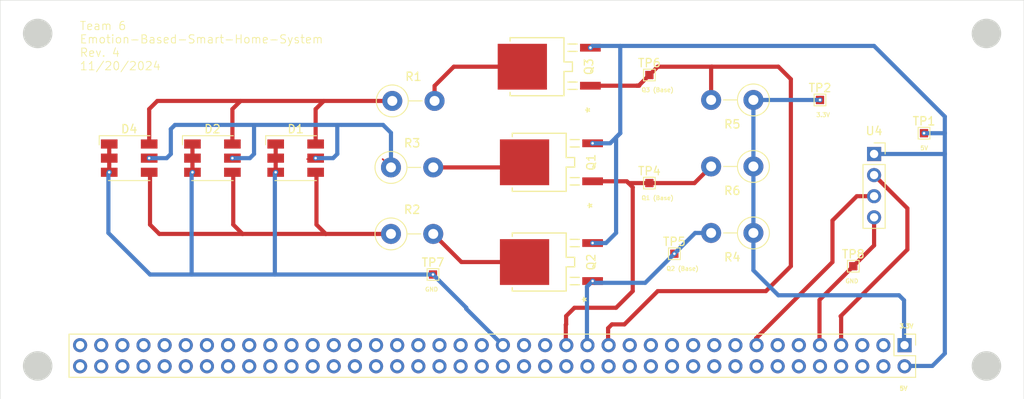
<source format=kicad_pcb>
(kicad_pcb (version 20240108) (generator "pcbnew") (generator_version "8.0")
  (title_block (title "Preliminary PCB layout") (date "2024-11-20") (rev "4") (company "Group 6"))
  (layers (0 "F.Cu" signal) (31 "B.Cu" signal) (34 "B.Paste" user) (35 "F.Paste" user) (36 "B.SilkS" user "B.Silkscreen") (37 "F.SilkS" user "F.Silkscreen") (38 "B.Mask" user) (39 "F.Mask" user) (44 "Edge.Cuts" user))
  (net 0 "")
  (net 1 "GND")
  (net 2 "Q3")
  (net 3 "Q2")
  (net 4 "Q1")
  (net 5 "Net-(Q1-E)")
  (net 6 "Net-(Q2-E)")
  (net 7 "Net-(Q3-E)")
  (net 8 "Net-(U4-GND)")
  (net 20 "Net-(40_Pin_Header1-GPIO13)")
  (net 24 "5V")
  (net 26 "Net-(40_Pin_Header1-3.3V)")
  (net 29 "/Trigger")
  (net 30 "Net-(40_Pin_Header1-GPIO11)")
  (net 34 "Net-(40_Pin_Header1-GPIO01)")
  (net 40 "/Echo")
  (footprint "TestPoint:TestPoint_Pad_1.0x1.0mm" (layer "F.Cu") (at 150.5 68)
    (property "Reference" "TP1" (at 0 -1.448 0) (layer "F.SilkS"))
    (property "Value" "5V")
    (fp_line (start -0.7 -0.7) (end 0.7 -0.7) (stroke (width 0.12)) (layer "F.SilkS"))
    (fp_line (start -0.7 0.7) (end -0.7 -0.7) (stroke (width 0.12)) (layer "F.SilkS"))
    (fp_line (start 0.7 -0.7) (end 0.7 0.7) (stroke (width 0.12)) (layer "F.SilkS"))
    (fp_line (start 0.7 0.7) (end -0.7 0.7) (stroke (width 0.12)) (layer "F.SilkS"))
    (pad "1" smd rect (at 0 0) (size 1 1) (layers "F.Cu" "F.Mask") (net 24 "5V"))
  )
  (footprint "TestPoint:TestPoint_Pad_1.0x1.0mm" (layer "F.Cu") (at 117.5 74)
    (property "Reference" "TP4" (at 0 -1.448 0) (layer "F.SilkS"))
    (property "Value" "Q1")
    (fp_line (start -0.7 -0.7) (end 0.7 -0.7) (stroke (width 0.12)) (layer "F.SilkS"))
    (fp_line (start -0.7 0.7) (end -0.7 -0.7) (stroke (width 0.12)) (layer "F.SilkS"))
    (fp_line (start 0.7 -0.7) (end 0.7 0.7) (stroke (width 0.12)) (layer "F.SilkS"))
    (fp_line (start 0.7 0.7) (end -0.7 0.7) (stroke (width 0.12)) (layer "F.SilkS"))
    (pad "1" smd rect (at 0 0) (size 1 1) (layers "F.Cu" "F.Mask") (net 20 "Net-(40_Pin_Header1-GPIO13)"))
  )
  (footprint "NSS1C301ET4G:DPAK-4_6P22X6P73_ONS" (layer "F.Cu") (at 104.2653 71.5 90)
    (property "Reference" "Q1" (at 0 6.2347 90) (layer "F.SilkS"))
    (property "Value" "NSS1C301ET4G")
    (fp_line (start 3.4925 -3.2385) (end 3.08864 -3.2385) (stroke (width 0.1524)) (layer "F.SilkS"))
    (fp_line (start -3.08864 -3.2385) (end -3.4925 -3.2385) (stroke (width 0.1524)) (layer "F.SilkS"))
    (fp_line (start -3.4925 -3.2385) (end -3.4925 3.2385) (stroke (width 0.1524)) (layer "F.SilkS"))
    (fp_line (start 3.4925 3.2385) (end 3.4925 -3.2385) (stroke (width 0.1524)) (layer "F.SilkS"))
    (fp_line (start 0.5715 3.2385) (end 3.4925 3.2385) (stroke (width 0.1524)) (layer "F.SilkS"))
    (fp_line (start -0.5715 3.2385) (end -0.5715 4.2545) (stroke (width 0.1524)) (layer "F.SilkS"))
    (fp_line (start -3.4925 3.2385) (end -0.5715 3.2385) (stroke (width 0.1524)) (layer "F.SilkS"))
    (fp_line (start 2.7305 3.7211) (end 2.7305 4.8133) (stroke (width 0.1524)) (layer "F.SilkS"))
    (fp_line (start 1.8415 3.7211) (end 1.8415 4.8133) (stroke (width 0.1524)) (layer "F.SilkS"))
    (fp_line (start -1.8415 3.7211) (end -1.8415 4.8133) (stroke (width 0.1524)) (layer "F.SilkS"))
    (fp_line (start -2.7305 3.7211) (end -2.7305 4.8133) (stroke (width 0.1524)) (layer "F.SilkS"))
    (fp_line (start 0.5715 4.2545) (end 0.5715 3.2385) (stroke (width 0.1524)) (layer "F.SilkS"))
    (fp_line (start -0.5715 4.2545) (end 0.5715 4.2545) (stroke (width 0.1524)) (layer "F.SilkS"))
    (fp_text user "*" (at -5.207 6.4135 90) (layer "F.SilkS"))
    (fp_text user "*" (at -5.207 6.4135 90) (layer "F.SilkS"))
    (pad "1" smd rect (at -2.286 6.4135 90) (size 0.9398 2.4892) (layers "F.Cu" "F.Paste" "F.Mask") (net 20 "Net-(40_Pin_Header1-GPIO13)"))
    (pad "2" smd rect (at 2.286 6.4135 90) (size 0.9398 2.4892) (layers "F.Cu" "F.Paste" "F.Mask") (net 24 "5V"))
    (pad "3" smd rect (at 0 -1.7653 90) (size 5.5118 5.9182) (layers "F.Cu" "F.Paste" "F.Mask") (net 5 "Net-(Q1-E)"))
  )
  (footprint "LED_SMD:LED_RGB_5050-6" (layer "F.Cu") (at 65 71)
    (property "Reference" "D2" (at 0 -3.5 0) (layer "F.SilkS"))
    (property "Value" "LED_RGB")
    (fp_line (start -3.6 -2.7) (end 2.5 -2.7) (stroke (width 0.12)) (layer "F.SilkS"))
    (fp_line (start -3.6 -1.6) (end -3.6 -2.7) (stroke (width 0.12)) (layer "F.SilkS"))
    (fp_line (start 2.5 2.7) (end -2.5 2.7) (stroke (width 0.12)) (layer "F.SilkS"))
    (pad "1" smd rect (at -2.4 -1.7 90) (size 1.1 2) (layers "F.Cu" "F.Paste" "F.Mask") (net 1 "GND"))
    (pad "2" smd rect (at -2.4 0 90) (size 1.1 2) (layers "F.Cu" "F.Paste" "F.Mask") (net 1 "GND"))
    (pad "3" smd rect (at -2.4 1.7 90) (size 1.1 2) (layers "F.Cu" "F.Paste" "F.Mask") (net 1 "GND"))
    (pad "4" smd rect (at 2.4 1.7 90) (size 1.1 2) (layers "F.Cu" "F.Paste" "F.Mask") (net 3 "Q2"))
    (pad "5" smd rect (at 2.4 0 90) (size 1.1 2) (layers "F.Cu" "F.Paste" "F.Mask") (net 4 "Q1"))
    (pad "6" smd rect (at 2.4 -1.7 90) (size 1.1 2) (layers "F.Cu" "F.Paste" "F.Mask") (net 2 "Q3"))
  )
  (footprint "Resistor_THT:R_Axial_DIN0411_L9.9mm_D3.6mm_P5.08mm_Vertical" (layer "F.Cu") (at 86.6121 64.1165)
    (property "Reference" "R1" (at 2.54 -2.92 0) (layer "F.SilkS"))
    (property "Value" "10")
    (fp_line (start 1.92 0) (end 3.58 0) (stroke (width 0.12)) (layer "F.SilkS"))
    (fp_circle (center 0 0) (end 1.92 0) (stroke (width 0.12)) (fill none) (layer "F.SilkS"))
    (pad "1" thru_hole circle (at 0 0) (size 2.4 2.4) (drill 1.2) (layers "*.Cu" "*.Mask") (net 2 "Q3"))
    (pad "2" thru_hole oval (at 5.08 0) (size 2.4 2.4) (drill 1.2) (layers "*.Cu" "*.Mask") (net 7 "Net-(Q3-E)"))
  )
  (footprint "NSS1C301ET4G:DPAK-4_6P22X6P73_ONS" (layer "F.Cu") (at 104.2653 83.5 90)
    (property "Reference" "Q2" (at 0 6.2347 90) (layer "F.SilkS"))
    (property "Value" "NSS1C301ET4G")
    (fp_line (start 3.4925 -3.2385) (end 3.08864 -3.2385) (stroke (width 0.1524)) (layer "F.SilkS"))
    (fp_line (start -3.08864 -3.2385) (end -3.4925 -3.2385) (stroke (width 0.1524)) (layer "F.SilkS"))
    (fp_line (start -3.4925 -3.2385) (end -3.4925 3.2385) (stroke (width 0.1524)) (layer "F.SilkS"))
    (fp_line (start 3.4925 3.2385) (end 3.4925 -3.2385) (stroke (width 0.1524)) (layer "F.SilkS"))
    (fp_line (start 0.5715 3.2385) (end 3.4925 3.2385) (stroke (width 0.1524)) (layer "F.SilkS"))
    (fp_line (start -0.5715 3.2385) (end -0.5715 4.2545) (stroke (width 0.1524)) (layer "F.SilkS"))
    (fp_line (start -3.4925 3.2385) (end -0.5715 3.2385) (stroke (width 0.1524)) (layer "F.SilkS"))
    (fp_line (start 2.7305 3.7211) (end 2.7305 4.8133) (stroke (width 0.1524)) (layer "F.SilkS"))
    (fp_line (start 1.8415 3.7211) (end 1.8415 4.8133) (stroke (width 0.1524)) (layer "F.SilkS"))
    (fp_line (start -1.8415 3.7211) (end -1.8415 4.8133) (stroke (width 0.1524)) (layer "F.SilkS"))
    (fp_line (start -2.7305 3.7211) (end -2.7305 4.8133) (stroke (width 0.1524)) (layer "F.SilkS"))
    (fp_line (start 0.5715 4.2545) (end 0.5715 3.2385) (stroke (width 0.1524)) (layer "F.SilkS"))
    (fp_line (start -0.5715 4.2545) (end 0.5715 4.2545) (stroke (width 0.1524)) (layer "F.SilkS"))
    (fp_text user "*" (at -4.5 5.7347 90) (layer "F.SilkS"))
    (fp_text user "*" (at -4.5 5.7347 90) (layer "F.SilkS"))
    (pad "1" smd rect (at -2.286 6.4135 90) (size 0.9398 2.4892) (layers "F.Cu" "F.Paste" "F.Mask") (net 30 "Net-(40_Pin_Header1-GPIO11)"))
    (pad "2" smd rect (at 2.286 6.4135 90) (size 0.9398 2.4892) (layers "F.Cu" "F.Paste" "F.Mask") (net 24 "5V"))
    (pad "3" smd rect (at 0 -1.7653 90) (size 5.5118 5.9182) (layers "F.Cu" "F.Paste" "F.Mask") (net 6 "Net-(Q2-E)"))
  )
  (footprint "Resistor_THT:R_Axial_DIN0411_L9.9mm_D3.6mm_P5.08mm_Vertical" (layer "F.Cu") (at 130 64 180)
    (property "Reference" "R5" (at 2.54 -2.92 0) (layer "F.SilkS"))
    (property "Value" "10k")
    (fp_line (start 1.92 0) (end 3.58 0) (stroke (width 0.12)) (layer "F.SilkS"))
    (fp_circle (center 0 0) (end 1.92 0) (stroke (width 0.12)) (fill none) (layer "F.SilkS"))
    (pad "1" thru_hole circle (at 0 0 180) (size 2.4 2.4) (drill 1.2) (layers "*.Cu" "*.Mask") (net 26 "Net-(40_Pin_Header1-3.3V)"))
    (pad "2" thru_hole oval (at 5.08 0 180) (size 2.4 2.4) (drill 1.2) (layers "*.Cu" "*.Mask") (net 34 "Net-(40_Pin_Header1-GPIO01)"))
  )
  (footprint "LED_SMD:LED_RGB_5050-6" (layer "F.Cu") (at 55 71)
    (property "Reference" "D4" (at 0 -3.5 0) (layer "F.SilkS"))
    (property "Value" "LED_RGB")
    (fp_line (start -3.6 -2.7) (end 2.5 -2.7) (stroke (width 0.12)) (layer "F.SilkS"))
    (fp_line (start -3.6 -1.6) (end -3.6 -2.7) (stroke (width 0.12)) (layer "F.SilkS"))
    (fp_line (start 2.5 2.7) (end -2.5 2.7) (stroke (width 0.12)) (layer "F.SilkS"))
    (pad "1" smd rect (at -2.4 -1.7 90) (size 1.1 2) (layers "F.Cu" "F.Paste" "F.Mask") (net 1 "GND"))
    (pad "2" smd rect (at -2.4 0 90) (size 1.1 2) (layers "F.Cu" "F.Paste" "F.Mask") (net 1 "GND"))
    (pad "3" smd rect (at -2.4 1.7 90) (size 1.1 2) (layers "F.Cu" "F.Paste" "F.Mask") (net 1 "GND"))
    (pad "4" smd rect (at 2.4 1.7 90) (size 1.1 2) (layers "F.Cu" "F.Paste" "F.Mask") (net 3 "Q2"))
    (pad "5" smd rect (at 2.4 0 90) (size 1.1 2) (layers "F.Cu" "F.Paste" "F.Mask") (net 4 "Q1"))
    (pad "6" smd rect (at 2.4 -1.7 90) (size 1.1 2) (layers "F.Cu" "F.Paste" "F.Mask") (net 2 "Q3"))
  )
  (footprint "TestPoint:TestPoint_Pad_1.0x1.0mm" (layer "F.Cu") (at 91.5 85)
    (property "Reference" "TP7" (at 0 -1.448 0) (layer "F.SilkS"))
    (property "Value" "GND")
    (fp_line (start -0.7 -0.7) (end 0.7 -0.7) (stroke (width 0.12)) (layer "F.SilkS"))
    (fp_line (start -0.7 0.7) (end -0.7 -0.7) (stroke (width 0.12)) (layer "F.SilkS"))
    (fp_line (start 0.7 -0.7) (end 0.7 0.7) (stroke (width 0.12)) (layer "F.SilkS"))
    (fp_line (start 0.7 0.7) (end -0.7 0.7) (stroke (width 0.12)) (layer "F.SilkS"))
    (pad "1" smd rect (at 0 0) (size 1 1) (layers "F.Cu" "F.Mask") (net 1 "GND"))
  )
  (footprint "Resistor_THT:R_Axial_DIN0411_L9.9mm_D3.6mm_P5.08mm_Vertical" (layer "F.Cu") (at 86.4521 80.1165)
    (property "Reference" "R2" (at 2.54 -2.92 0) (layer "F.SilkS"))
    (property "Value" "10")
    (fp_line (start 1.92 0) (end 3.58 0) (stroke (width 0.12)) (layer "F.SilkS"))
    (fp_circle (center 0 0) (end 1.92 0) (stroke (width 0.12)) (fill none) (layer "F.SilkS"))
    (pad "1" thru_hole circle (at 0 0) (size 2.4 2.4) (drill 1.2) (layers "*.Cu" "*.Mask") (net 3 "Q2"))
    (pad "2" thru_hole oval (at 5.08 0) (size 2.4 2.4) (drill 1.2) (layers "*.Cu" "*.Mask") (net 6 "Net-(Q2-E)"))
  )
  (footprint "Resistor_THT:R_Axial_DIN0411_L9.9mm_D3.6mm_P5.08mm_Vertical" (layer "F.Cu") (at 130 80 180)
    (property "Reference" "R4" (at 2.54 -2.92 0) (layer "F.SilkS"))
    (property "Value" "10k")
    (fp_line (start 1.92 0) (end 3.58 0) (stroke (width 0.12)) (layer "F.SilkS"))
    (fp_circle (center 0 0) (end 1.92 0) (stroke (width 0.12)) (fill none) (layer "F.SilkS"))
    (pad "1" thru_hole circle (at 0 0 180) (size 2.4 2.4) (drill 1.2) (layers "*.Cu" "*.Mask") (net 26 "Net-(40_Pin_Header1-3.3V)"))
    (pad "2" thru_hole oval (at 5.08 0 180) (size 2.4 2.4) (drill 1.2) (layers "*.Cu" "*.Mask") (net 30 "Net-(40_Pin_Header1-GPIO11)"))
  )
  (footprint "TestPoint:TestPoint_Pad_1.0x1.0mm" (layer "F.Cu") (at 142 84)
    (property "Reference" "TP8" (at 0 -1.448 0) (layer "F.SilkS"))
    (property "Value" "GND")
    (fp_line (start -0.7 -0.7) (end 0.7 -0.7) (stroke (width 0.12)) (layer "F.SilkS"))
    (fp_line (start -0.7 0.7) (end -0.7 -0.7) (stroke (width 0.12)) (layer "F.SilkS"))
    (fp_line (start 0.7 -0.7) (end 0.7 0.7) (stroke (width 0.12)) (layer "F.SilkS"))
    (fp_line (start 0.7 0.7) (end -0.7 0.7) (stroke (width 0.12)) (layer "F.SilkS"))
    (pad "1" smd rect (at 0 0) (size 1 1) (layers "F.Cu" "F.Mask") (net 8 "Net-(U4-GND)"))
  )
  (footprint "Resistor_THT:R_Axial_DIN0411_L9.9mm_D3.6mm_P5.08mm_Vertical" (layer "F.Cu") (at 86.4521 72.1165)
    (property "Reference" "R3" (at 2.54 -2.92 0) (layer "F.SilkS"))
    (property "Value" "10")
    (fp_line (start 1.92 0) (end 3.58 0) (stroke (width 0.12)) (layer "F.SilkS"))
    (fp_circle (center 0 0) (end 1.92 0) (stroke (width 0.12)) (fill none) (layer "F.SilkS"))
    (pad "1" thru_hole circle (at 0 0) (size 2.4 2.4) (drill 1.2) (layers "*.Cu" "*.Mask") (net 4 "Q1"))
    (pad "2" thru_hole oval (at 5.08 0) (size 2.4 2.4) (drill 1.2) (layers "*.Cu" "*.Mask") (net 5 "Net-(Q1-E)"))
  )
  (footprint "Connector_PinSocket_2.54mm:PinSocket_1x04_P2.54mm_Vertical" (layer "F.Cu") (at 144.5 70.5)
    (property "Reference" "U4" (at 0 -2.77 0) (layer "F.SilkS"))
    (property "Value" "HC-SR04")
    (fp_line (start -1.33 1.27) (end -1.33 8.95) (stroke (width 0.12)) (layer "F.SilkS"))
    (fp_line (start -1.33 1.27) (end 1.33 1.27) (stroke (width 0.12)) (layer "F.SilkS"))
    (fp_line (start -1.33 8.95) (end 1.33 8.95) (stroke (width 0.12)) (layer "F.SilkS"))
    (fp_line (start 0 -1.33) (end 1.33 -1.33) (stroke (width 0.12)) (layer "F.SilkS"))
    (fp_line (start 1.33 -1.33) (end 1.33 0) (stroke (width 0.12)) (layer "F.SilkS"))
    (fp_line (start 1.33 1.27) (end 1.33 8.95) (stroke (width 0.12)) (layer "F.SilkS"))
    (pad "1" thru_hole rect (at 0 0) (size 1.7 1.7) (drill 1) (layers "*.Cu" "*.Mask") (net 24 "5V"))
    (pad "2" thru_hole oval (at 0 2.54) (size 1.7 1.7) (drill 1) (layers "*.Cu" "*.Mask") (net 29 "/Trigger"))
    (pad "3" thru_hole oval (at 0 5.08) (size 1.7 1.7) (drill 1) (layers "*.Cu" "*.Mask") (net 40 "/Echo"))
    (pad "4" thru_hole oval (at 0 7.62) (size 1.7 1.7) (drill 1) (layers "*.Cu" "*.Mask") (net 8 "Net-(U4-GND)"))
  )
  (footprint "TestPoint:TestPoint_Pad_1.0x1.0mm" (layer "F.Cu") (at 120.5 82.5)
    (property "Reference" "TP5" (at 0 -1.448 0) (layer "F.SilkS"))
    (property "Value" "Q2")
    (fp_line (start -0.7 -0.7) (end 0.7 -0.7) (stroke (width 0.12)) (layer "F.SilkS"))
    (fp_line (start -0.7 0.7) (end -0.7 -0.7) (stroke (width 0.12)) (layer "F.SilkS"))
    (fp_line (start 0.7 -0.7) (end 0.7 0.7) (stroke (width 0.12)) (layer "F.SilkS"))
    (fp_line (start 0.7 0.7) (end -0.7 0.7) (stroke (width 0.12)) (layer "F.SilkS"))
    (pad "1" smd rect (at 0 0) (size 1 1) (layers "F.Cu" "F.Mask") (net 30 "Net-(40_Pin_Header1-GPIO11)"))
  )
  (footprint "NSS1C301ET4G:DPAK-4_6P22X6P73_ONS" (layer "F.Cu") (at 104 60 90)
    (property "Reference" "Q3" (at 0 6.2347 90) (layer "F.SilkS"))
    (property "Value" "NSS1C301ET4G")
    (fp_line (start 3.4925 -3.2385) (end 3.08864 -3.2385) (stroke (width 0.1524)) (layer "F.SilkS"))
    (fp_line (start -3.08864 -3.2385) (end -3.4925 -3.2385) (stroke (width 0.1524)) (layer "F.SilkS"))
    (fp_line (start -3.4925 -3.2385) (end -3.4925 3.2385) (stroke (width 0.1524)) (layer "F.SilkS"))
    (fp_line (start 3.4925 3.2385) (end 3.4925 -3.2385) (stroke (width 0.1524)) (layer "F.SilkS"))
    (fp_line (start 0.5715 3.2385) (end 3.4925 3.2385) (stroke (width 0.1524)) (layer "F.SilkS"))
    (fp_line (start -0.5715 3.2385) (end -0.5715 4.2545) (stroke (width 0.1524)) (layer "F.SilkS"))
    (fp_line (start -3.4925 3.2385) (end -0.5715 3.2385) (stroke (width 0.1524)) (layer "F.SilkS"))
    (fp_line (start 2.7305 3.7211) (end 2.7305 4.8133) (stroke (width 0.1524)) (layer "F.SilkS"))
    (fp_line (start 1.8415 3.7211) (end 1.8415 4.8133) (stroke (width 0.1524)) (layer "F.SilkS"))
    (fp_line (start -1.8415 3.7211) (end -1.8415 4.8133) (stroke (width 0.1524)) (layer "F.SilkS"))
    (fp_line (start -2.7305 3.7211) (end -2.7305 4.8133) (stroke (width 0.1524)) (layer "F.SilkS"))
    (fp_line (start 0.5715 4.2545) (end 0.5715 3.2385) (stroke (width 0.1524)) (layer "F.SilkS"))
    (fp_line (start -0.5715 4.2545) (end 0.5715 4.2545) (stroke (width 0.1524)) (layer "F.SilkS"))
    (fp_text user "*" (at -5.207 6.4135 90) (layer "F.SilkS"))
    (fp_text user "*" (at -5.207 6.4135 90) (layer "F.SilkS"))
    (pad "1" smd rect (at -2.286 6.4135 90) (size 0.9398 2.4892) (layers "F.Cu" "F.Paste" "F.Mask") (net 34 "Net-(40_Pin_Header1-GPIO01)"))
    (pad "2" smd rect (at 2.286 6.4135 90) (size 0.9398 2.4892) (layers "F.Cu" "F.Paste" "F.Mask") (net 24 "5V"))
    (pad "3" smd rect (at 0 -1.7653 90) (size 5.5118 5.9182) (layers "F.Cu" "F.Paste" "F.Mask") (net 7 "Net-(Q3-E)"))
  )
  (footprint "Resistor_THT:R_Axial_DIN0411_L9.9mm_D3.6mm_P5.08mm_Vertical" (layer "F.Cu") (at 130 72 180)
    (property "Reference" "R6" (at 2.54 -2.92 0) (layer "F.SilkS"))
    (property "Value" "10k")
    (fp_line (start 1.92 0) (end 3.58 0) (stroke (width 0.12)) (layer "F.SilkS"))
    (fp_circle (center 0 0) (end 1.92 0) (stroke (width 0.12)) (fill none) (layer "F.SilkS"))
    (pad "1" thru_hole circle (at 0 0 180) (size 2.4 2.4) (drill 1.2) (layers "*.Cu" "*.Mask") (net 26 "Net-(40_Pin_Header1-3.3V)"))
    (pad "2" thru_hole oval (at 5.08 0 180) (size 2.4 2.4) (drill 1.2) (layers "*.Cu" "*.Mask") (net 20 "Net-(40_Pin_Header1-GPIO13)"))
  )
  (footprint "Connector_PinHeader_2.54mm:PinHeader_2x40_P2.54mm_Vertical" (layer "F.Cu") (at 148.16 93.5 -90)
    (property "Reference" "40_Pin_Header1" (hide yes))
    (property "Value" "~")
    (fp_line (start -1.33 100.39) (end 3.87 100.39) (stroke (width 0.12)) (layer "F.SilkS"))
    (fp_line (start -1.33 1.27) (end -1.33 100.39) (stroke (width 0.12)) (layer "F.SilkS"))
    (fp_line (start -1.33 1.27) (end 1.27 1.27) (stroke (width 0.12)) (layer "F.SilkS"))
    (fp_line (start 1.27 1.27) (end 1.27 -1.33) (stroke (width 0.12)) (layer "F.SilkS"))
    (fp_line (start -1.33 0) (end -1.33 -1.33) (stroke (width 0.12)) (layer "F.SilkS"))
    (fp_line (start -1.33 -1.33) (end 0 -1.33) (stroke (width 0.12)) (layer "F.SilkS"))
    (fp_line (start 1.27 -1.33) (end 3.87 -1.33) (stroke (width 0.12)) (layer "F.SilkS"))
    (fp_line (start 3.87 -1.33) (end 3.87 100.39) (stroke (width 0.12)) (layer "F.SilkS"))
    (pad "1" thru_hole rect (at 0 0 270) (size 1.7 1.7) (drill 1) (layers "*.Cu" "*.Mask") (net 26 "Net-(40_Pin_Header1-3.3V)"))
    (pad "2" thru_hole oval (at 2.54 0 270) (size 1.7 1.7) (drill 1) (layers "*.Cu" "*.Mask") (net 24 "5V"))
    (pad "3" thru_hole oval (at 0 2.54 270) (size 1.7 1.7) (drill 1) (layers "*.Cu" "*.Mask"))
    (pad "4" thru_hole oval (at 2.54 2.54 270) (size 1.7 1.7) (drill 1) (layers "*.Cu" "*.Mask"))
    (pad "5" thru_hole oval (at 0 5.08 270) (size 1.7 1.7) (drill 1) (layers "*.Cu" "*.Mask"))
    (pad "6" thru_hole oval (at 2.54 5.08 270) (size 1.7 1.7) (drill 1) (layers "*.Cu" "*.Mask"))
    (pad "7" thru_hole oval (at 0 7.62 270) (size 1.7 1.7) (drill 1) (layers "*.Cu" "*.Mask") (net 29 "/Trigger"))
    (pad "8" thru_hole oval (at 2.54 7.62 270) (size 1.7 1.7) (drill 1) (layers "*.Cu" "*.Mask"))
    (pad "9" thru_hole oval (at 0 10.16 270) (size 1.7 1.7) (drill 1) (layers "*.Cu" "*.Mask") (net 8 "Net-(U4-GND)"))
    (pad "10" thru_hole oval (at 2.54 10.16 270) (size 1.7 1.7) (drill 1) (layers "*.Cu" "*.Mask"))
    (pad "11" thru_hole oval (at 0 12.7 270) (size 1.7 1.7) (drill 1) (layers "*.Cu" "*.Mask"))
    (pad "12" thru_hole oval (at 2.54 12.7 270) (size 1.7 1.7) (drill 1) (layers "*.Cu" "*.Mask"))
    (pad "13" thru_hole oval (at 0 15.24 270) (size 1.7 1.7) (drill 1) (layers "*.Cu" "*.Mask"))
    (pad "14" thru_hole oval (at 2.54 15.24 270) (size 1.7 1.7) (drill 1) (layers "*.Cu" "*.Mask"))
    (pad "15" thru_hole oval (at 0 17.78 270) (size 1.7 1.7) (drill 1) (layers "*.Cu" "*.Mask") (net 40 "/Echo"))
    (pad "16" thru_hole oval (at 2.54 17.78 270) (size 1.7 1.7) (drill 1) (layers "*.Cu" "*.Mask"))
    (pad "17" thru_hole oval (at 0 20.32 270) (size 1.7 1.7) (drill 1) (layers "*.Cu" "*.Mask"))
    (pad "18" thru_hole oval (at 2.54 20.32 270) (size 1.7 1.7) (drill 1) (layers "*.Cu" "*.Mask"))
    (pad "19" thru_hole oval (at 0 22.86 270) (size 1.7 1.7) (drill 1) (layers "*.Cu" "*.Mask"))
    (pad "20" thru_hole oval (at 2.54 22.86 270) (size 1.7 1.7) (drill 1) (layers "*.Cu" "*.Mask"))
    (pad "21" thru_hole oval (at 0 25.4 270) (size 1.7 1.7) (drill 1) (layers "*.Cu" "*.Mask"))
    (pad "22" thru_hole oval (at 2.54 25.4 270) (size 1.7 1.7) (drill 1) (layers "*.Cu" "*.Mask"))
    (pad "23" thru_hole oval (at 0 27.94 270) (size 1.7 1.7) (drill 1) (layers "*.Cu" "*.Mask"))
    (pad "24" thru_hole oval (at 2.54 27.94 270) (size 1.7 1.7) (drill 1) (layers "*.Cu" "*.Mask"))
    (pad "25" thru_hole oval (at 0 30.48 270) (size 1.7 1.7) (drill 1) (layers "*.Cu" "*.Mask"))
    (pad "26" thru_hole oval (at 2.54 30.48 270) (size 1.7 1.7) (drill 1) (layers "*.Cu" "*.Mask"))
    (pad "27" thru_hole oval (at 0 33.02 270) (size 1.7 1.7) (drill 1) (layers "*.Cu" "*.Mask"))
    (pad "28" thru_hole oval (at 2.54 33.02 270) (size 1.7 1.7) (drill 1) (layers "*.Cu" "*.Mask"))
    (pad "29" thru_hole oval (at 0 35.56 270) (size 1.7 1.7) (drill 1) (layers "*.Cu" "*.Mask") (net 34 "Net-(40_Pin_Header1-GPIO01)"))
    (pad "30" thru_hole oval (at 2.54 35.56 270) (size 1.7 1.7) (drill 1) (layers "*.Cu" "*.Mask"))
    (pad "31" thru_hole oval (at 0 38.1 270) (size 1.7 1.7) (drill 1) (layers "*.Cu" "*.Mask") (net 30 "Net-(40_Pin_Header1-GPIO11)"))
    (pad "32" thru_hole oval (at 2.54 38.1 270) (size 1.7 1.7) (drill 1) (layers "*.Cu" "*.Mask"))
    (pad "33" thru_hole oval (at 0 40.64 270) (size 1.7 1.7) (drill 1) (layers "*.Cu" "*.Mask") (net 20 "Net-(40_Pin_Header1-GPIO13)"))
    (pad "34" thru_hole oval (at 2.54 40.64 270) (size 1.7 1.7) (drill 1) (layers "*.Cu" "*.Mask"))
    (pad "35" thru_hole oval (at 0 43.18 270) (size 1.7 1.7) (drill 1) (layers "*.Cu" "*.Mask"))
    (pad "36" thru_hole oval (at 2.54 43.18 270) (size 1.7 1.7) (drill 1) (layers "*.Cu" "*.Mask"))
    (pad "37" thru_hole oval (at 0 45.72 270) (size 1.7 1.7) (drill 1) (layers "*.Cu" "*.Mask"))
    (pad "38" thru_hole oval (at 2.54 45.72 270) (size 1.7 1.7) (drill 1) (layers "*.Cu" "*.Mask"))
    (pad "39" thru_hole oval (at 0 48.26 270) (size 1.7 1.7) (drill 1) (layers "*.Cu" "*.Mask") (net 1 "GND"))
    (pad "40" thru_hole oval (at 2.54 48.26 270) (size 1.7 1.7) (drill 1) (layers "*.Cu" "*.Mask"))
    (pad "41" thru_hole oval (at 0 50.8 270) (size 1.7 1.7) (drill 1) (layers "*.Cu" "*.Mask"))
    (pad "42" thru_hole oval (at 2.54 50.8 270) (size 1.7 1.7) (drill 1) (layers "*.Cu" "*.Mask"))
    (pad "43" thru_hole oval (at 0 53.34 270) (size 1.7 1.7) (drill 1) (layers "*.Cu" "*.Mask"))
    (pad "44" thru_hole oval (at 2.54 53.34 270) (size 1.7 1.7) (drill 1) (layers "*.Cu" "*.Mask"))
    (pad "45" thru_hole oval (at 0 55.88 270) (size 1.7 1.7) (drill 1) (layers "*.Cu" "*.Mask"))
    (pad "46" thru_hole oval (at 2.54 55.88 270) (size 1.7 1.7) (drill 1) (layers "*.Cu" "*.Mask"))
    (pad "47" thru_hole oval (at 0 58.42 270) (size 1.7 1.7) (drill 1) (layers "*.Cu" "*.Mask"))
    (pad "48" thru_hole oval (at 2.54 58.42 270) (size 1.7 1.7) (drill 1) (layers "*.Cu" "*.Mask"))
    (pad "49" thru_hole oval (at 0 60.96 270) (size 1.7 1.7) (drill 1) (layers "*.Cu" "*.Mask"))
    (pad "50" thru_hole oval (at 2.54 60.96 270) (size 1.7 1.7) (drill 1) (layers "*.Cu" "*.Mask"))
    (pad "51" thru_hole oval (at 0 63.5 270) (size 1.7 1.7) (drill 1) (layers "*.Cu" "*.Mask"))
    (pad "52" thru_hole oval (at 2.54 63.5 270) (size 1.7 1.7) (drill 1) (layers "*.Cu" "*.Mask"))
    (pad "53" thru_hole oval (at 0 66.04 270) (size 1.7 1.7) (drill 1) (layers "*.Cu" "*.Mask"))
    (pad "54" thru_hole oval (at 2.54 66.04 270) (size 1.7 1.7) (drill 1) (layers "*.Cu" "*.Mask"))
    (pad "55" thru_hole oval (at 0 68.58 270) (size 1.7 1.7) (drill 1) (layers "*.Cu" "*.Mask"))
    (pad "56" thru_hole oval (at 2.54 68.58 270) (size 1.7 1.7) (drill 1) (layers "*.Cu" "*.Mask"))
    (pad "57" thru_hole oval (at 0 71.12 270) (size 1.7 1.7) (drill 1) (layers "*.Cu" "*.Mask"))
    (pad "58" thru_hole oval (at 2.54 71.12 270) (size 1.7 1.7) (drill 1) (layers "*.Cu" "*.Mask"))
    (pad "59" thru_hole oval (at 0 73.66 270) (size 1.7 1.7) (drill 1) (layers "*.Cu" "*.Mask"))
    (pad "60" thru_hole oval (at 2.54 73.66 270) (size 1.7 1.7) (drill 1) (layers "*.Cu" "*.Mask"))
    (pad "61" thru_hole oval (at 0 76.2 270) (size 1.7 1.7) (drill 1) (layers "*.Cu" "*.Mask"))
    (pad "62" thru_hole oval (at 2.54 76.2 270) (size 1.7 1.7) (drill 1) (layers "*.Cu" "*.Mask"))
    (pad "63" thru_hole oval (at 0 78.74 270) (size 1.7 1.7) (drill 1) (layers "*.Cu" "*.Mask"))
    (pad "64" thru_hole oval (at 2.54 78.74 270) (size 1.7 1.7) (drill 1) (layers "*.Cu" "*.Mask"))
    (pad "65" thru_hole oval (at 0 81.28 270) (size 1.7 1.7) (drill 1) (layers "*.Cu" "*.Mask"))
    (pad "66" thru_hole oval (at 2.54 81.28 270) (size 1.7 1.7) (drill 1) (layers "*.Cu" "*.Mask"))
    (pad "67" thru_hole oval (at 0 83.82 270) (size 1.7 1.7) (drill 1) (layers "*.Cu" "*.Mask"))
    (pad "68" thru_hole oval (at 2.54 83.82 270) (size 1.7 1.7) (drill 1) (layers "*.Cu" "*.Mask"))
    (pad "69" thru_hole oval (at 0 86.36 270) (size 1.7 1.7) (drill 1) (layers "*.Cu" "*.Mask"))
    (pad "70" thru_hole oval (at 2.54 86.36 270) (size 1.7 1.7) (drill 1) (layers "*.Cu" "*.Mask"))
    (pad "71" thru_hole oval (at 0 88.9 270) (size 1.7 1.7) (drill 1) (layers "*.Cu" "*.Mask"))
    (pad "72" thru_hole oval (at 2.54 88.9 270) (size 1.7 1.7) (drill 1) (layers "*.Cu" "*.Mask"))
    (pad "73" thru_hole oval (at 0 91.44 270) (size 1.7 1.7) (drill 1) (layers "*.Cu" "*.Mask"))
    (pad "74" thru_hole oval (at 2.54 91.44 270) (size 1.7 1.7) (drill 1) (layers "*.Cu" "*.Mask"))
    (pad "75" thru_hole oval (at 0 93.98 270) (size 1.7 1.7) (drill 1) (layers "*.Cu" "*.Mask"))
    (pad "76" thru_hole oval (at 2.54 93.98 270) (size 1.7 1.7) (drill 1) (layers "*.Cu" "*.Mask"))
    (pad "77" thru_hole oval (at 0 96.52 270) (size 1.7 1.7) (drill 1) (layers "*.Cu" "*.Mask"))
    (pad "78" thru_hole oval (at 2.54 96.52 270) (size 1.7 1.7) (drill 1) (layers "*.Cu" "*.Mask"))
    (pad "79" thru_hole oval (at 0 99.06 270) (size 1.7 1.7) (drill 1) (layers "*.Cu" "*.Mask"))
    (pad "80" thru_hole oval (at 2.54 99.06 270) (size 1.7 1.7) (drill 1) (layers "*.Cu" "*.Mask"))
  )
  (footprint "TestPoint:TestPoint_Pad_1.0x1.0mm" (layer "F.Cu") (at 117.5 61)
    (property "Reference" "TP6" (at 0 -1.448 0) (layer "F.SilkS"))
    (property "Value" "Q3")
    (fp_line (start -0.7 -0.7) (end 0.7 -0.7) (stroke (width 0.12)) (layer "F.SilkS"))
    (fp_line (start -0.7 0.7) (end -0.7 -0.7) (stroke (width 0.12)) (layer "F.SilkS"))
    (fp_line (start 0.7 -0.7) (end 0.7 0.7) (stroke (width 0.12)) (layer "F.SilkS"))
    (fp_line (start 0.7 0.7) (end -0.7 0.7) (stroke (width 0.12)) (layer "F.SilkS"))
    (pad "1" smd rect (at 0 0) (size 1 1) (layers "F.Cu" "F.Mask") (net 34 "Net-(40_Pin_Header1-GPIO01)"))
  )
  (footprint "LED_SMD:LED_RGB_5050-6" (layer "F.Cu") (at 75 71)
    (property "Reference" "D1" (at 0 -3.5 0) (layer "F.SilkS"))
    (property "Value" "LED_RGB")
    (fp_line (start -3.6 -2.7) (end 2.5 -2.7) (stroke (width 0.12)) (layer "F.SilkS"))
    (fp_line (start -3.6 -1.6) (end -3.6 -2.7) (stroke (width 0.12)) (layer "F.SilkS"))
    (fp_line (start 2.5 2.7) (end -2.5 2.7) (stroke (width 0.12)) (layer "F.SilkS"))
    (pad "1" smd rect (at -2.4 -1.7 90) (size 1.1 2) (layers "F.Cu" "F.Paste" "F.Mask") (net 1 "GND"))
    (pad "2" smd rect (at -2.4 0 90) (size 1.1 2) (layers "F.Cu" "F.Paste" "F.Mask") (net 1 "GND"))
    (pad "3" smd rect (at -2.4 1.7 90) (size 1.1 2) (layers "F.Cu" "F.Paste" "F.Mask") (net 1 "GND"))
    (pad "4" smd rect (at 2.4 1.7 90) (size 1.1 2) (layers "F.Cu" "F.Paste" "F.Mask") (net 3 "Q2"))
    (pad "5" smd rect (at 2.4 0 90) (size 1.1 2) (layers "F.Cu" "F.Paste" "F.Mask") (net 4 "Q1"))
    (pad "6" smd rect (at 2.4 -1.7 90) (size 1.1 2) (layers "F.Cu" "F.Paste" "F.Mask") (net 2 "Q3"))
  )
  (footprint "TestPoint:TestPoint_Pad_1.0x1.0mm" (layer "F.Cu") (at 138 64)
    (property "Reference" "TP2" (at 0 -1.448 0) (layer "F.SilkS"))
    (property "Value" "3.3V")
    (fp_line (start -0.7 -0.7) (end 0.7 -0.7) (stroke (width 0.12)) (layer "F.SilkS"))
    (fp_line (start -0.7 0.7) (end -0.7 -0.7) (stroke (width 0.12)) (layer "F.SilkS"))
    (fp_line (start 0.7 -0.7) (end 0.7 0.7) (stroke (width 0.12)) (layer "F.SilkS"))
    (fp_line (start 0.7 0.7) (end -0.7 0.7) (stroke (width 0.12)) (layer "F.SilkS"))
    (pad "1" smd rect (at 0 0) (size 1 1) (layers "F.Cu" "F.Mask") (net 26 "Net-(40_Pin_Header1-3.3V)"))
  )
  (gr_circle (center 44 56) (end 45.75 56) (stroke (width 0.05)) (fill solid) (layer "Edge.Cuts"))
  (gr_circle (center 158 96) (end 159.75 96) (stroke (width 0.05)) (fill solid) (layer "Edge.Cuts"))
  (gr_rect (start 39.5 52) (end 162.5 100) (stroke (width 0.05)) (fill none) (layer "Edge.Cuts"))
  (gr_circle (center 158 56) (end 159.75 56) (stroke (width 0.05)) (fill solid) (layer "Edge.Cuts"))
  (gr_circle (center 44 96) (end 45.75 96) (stroke (width 0.05)) (fill solid) (layer "Edge.Cuts"))
  (gr_text "Q1 (Base)" (at 116.5 75.5 0) (layer "F.SilkS") (effects (font (size 0.5 0.5) (thickness 0.1) (bold yes)) (justify left top)))
  (gr_text "5V" (at 147.5 99 0) (layer "F.SilkS") (effects (font (size 0.5 0.5) (thickness 0.125)) (justify left bottom)))
  (gr_text "5V" (at 150 69.5 0) (layer "F.SilkS") (effects (font (size 0.5 0.5) (thickness 0.1) (bold yes)) (justify left top)))
  (gr_text "GND" (at 141 85.5 0) (layer "F.SilkS") (effects (font (size 0.5 0.5) (thickness 0.1) (bold yes)) (justify left top)))
  (gr_text "3.3V" (at 137.5 65.5 0) (layer "F.SilkS") (effects (font (size 0.5 0.5) (thickness 0.1) (bold yes)) (justify left top)))
  (gr_text "3.3V" (at 147.5 91.5 0) (layer "F.SilkS") (effects (font (size 0.5 0.5) (thickness 0.125)) (justify left bottom)))
  (gr_text "Q2 (Base)" (at 119.5 84 0) (layer "F.SilkS") (effects (font (size 0.5 0.5) (thickness 0.1) (bold yes)) (justify left top)))
  (gr_text "Team 6 \nEmotion-Based-Smart-Home-System\nRev. 4\n11/20/2024" (at 49 60.5 0) (layer "F.SilkS") (effects (font (size 1 1) (thickness 0.1)) (justify left bottom)))
  (gr_text "Q3 (Base)" (at 116.5 62.5 0) (layer "F.SilkS") (effects (font (size 0.5 0.5) (thickness 0.1) (bold yes)) (justify left top)))
  (gr_text "GND" (at 90.5 86.5 0) (layer "F.SilkS") (effects (font (size 0.5 0.5) (thickness 0.1) (bold yes)) (justify left top)))
  (segment (start 52.6 71) (end 52.6 72.7) (width 0.5) (layer "F.Cu") (net 1))
  (segment (start 72.6 69.3) (end 72.6 71) (width 0.5) (layer "F.Cu") (net 1))
  (segment (start 62.6 69.3) (end 62.6 71) (width 0.5) (layer "F.Cu") (net 1))
  (segment (start 72.6 71) (end 72.6 72.7) (width 0.5) (layer "F.Cu") (net 1))
  (segment (start 62.6 71) (end 62.6 72.7) (width 0.5) (layer "F.Cu") (net 1))
  (segment (start 52.6 69.3) (end 52.6 71) (width 0.5) (layer "F.Cu") (net 1))
  (via (at 72.6 72.7) (size 0.6) (drill 0.3) (layers "F.Cu" "B.Cu") (net 1))
  (via (at 91.5 85) (size 0.6) (drill 0.3) (layers "F.Cu" "B.Cu") (net 1))
  (via (at 52.6 72.7) (size 0.6) (drill 0.3) (layers "F.Cu" "B.Cu") (net 1))
  (via (at 62.6 72.7) (size 0.6) (drill 0.3) (layers "F.Cu" "B.Cu") (net 1))
  (segment (start 62.5 85) (end 57.5 85) (width 0.5) (layer "B.Cu") (net 1))
  (segment (start 95.5 89.12) (end 95.5 89) (width 0.5) (layer "B.Cu") (net 1))
  (segment (start 62.5 85) (end 62.5 72.8) (width 0.5) (layer "B.Cu") (net 1))
  (segment (start 72.5 72.8) (end 72.6 72.7) (width 0.5) (layer "B.Cu") (net 1))
  (segment (start 62.5 72.8) (end 62.6 72.7) (width 0.5) (layer "B.Cu") (net 1))
  (segment (start 72.5 85) (end 72.5 72.8) (width 0.5) (layer "B.Cu") (net 1))
  (segment (start 72.5 85) (end 91.5 85) (width 0.5) (layer "B.Cu") (net 1))
  (segment (start 57.5 85) (end 52.5 80) (width 0.5) (layer "B.Cu") (net 1))
  (segment (start 95.5 89) (end 91.5 85) (width 0.5) (layer "B.Cu") (net 1))
  (segment (start 52.5 72.8) (end 52.6 72.7) (width 0.5) (layer "B.Cu") (net 1))
  (segment (start 99.84 93.46) (end 95.5 89.12) (width 0.5) (layer "B.Cu") (net 1))
  (segment (start 52.5 80) (end 52.5 72.8) (width 0.5) (layer "B.Cu") (net 1))
  (segment (start 72.5 85) (end 62.5 85) (width 0.5) (layer "B.Cu") (net 1))
  (segment (start 67.4 65.1) (end 67.4 69.3) (width 0.5) (layer "F.Cu") (net 2))
  (segment (start 86.6121 64.1165) (end 78.3835 64.1165) (width 0.5) (layer "F.Cu") (net 2))
  (segment (start 78.3835 64.1165) (end 68.3835 64.1165) (width 0.5) (layer "F.Cu") (net 2))
  (segment (start 68.3835 64.1165) (end 58.3835 64.1165) (width 0.5) (layer "F.Cu") (net 2))
  (segment (start 57.4 65.1) (end 57.4 69.3) (width 0.5) (layer "F.Cu") (net 2))
  (segment (start 78.3835 64.1165) (end 77.4 65.1) (width 0.5) (layer "F.Cu") (net 2))
  (segment (start 58.3835 64.1165) (end 57.4 65.1) (width 0.5) (layer "F.Cu") (net 2))
  (segment (start 77.4 65.1) (end 77.4 69.3) (width 0.5) (layer "F.Cu") (net 2))
  (segment (start 68.3835 64.1165) (end 67.4 65.1) (width 0.5) (layer "F.Cu") (net 2))
  (segment (start 77.5 79) (end 77.5 73) (width 0.5) (layer "F.Cu") (net 3))
  (segment (start 86.4521 80.1165) (end 78.6165 80.1165) (width 0.5) (layer "F.Cu") (net 3))
  (segment (start 58.6165 80.1165) (end 57.5 79) (width 0.5) (layer "F.Cu") (net 3))
  (segment (start 78.6165 80.1165) (end 68.6165 80.1165) (width 0.5) (layer "F.Cu") (net 3))
  (segment (start 57.5 79) (end 57.5 73) (width 0.5) (layer "F.Cu") (net 3))
  (segment (start 68.6165 80.1165) (end 67.5 79) (width 0.5) (layer "F.Cu") (net 3))
  (segment (start 68.6165 80.1165) (end 58.6165 80.1165) (width 0.5) (layer "F.Cu") (net 3))
  (segment (start 78.6165 80.1165) (end 77.5 79) (width 0.5) (layer "F.Cu") (net 3))
  (segment (start 67.5 79) (end 67.5 73) (width 0.5) (layer "F.Cu") (net 3))
  (segment (start 76.6421 71.1165) (end 77.0921 71.1165) (width 0.2) (layer "F.Cu") (net 4))
  (segment (start 86.4521 72.1165) (end 85.4521 71.1165) (width 0.2) (layer "F.Cu") (net 4))
  (segment (start 77.0921 71.1165) (end 76.3835 71.1165) (width 0.2) (layer "F.Cu") (net 4))
  (via (at 77.4 71) (size 0.6) (drill 0.3) (layers "F.Cu" "B.Cu") (net 4))
  (via (at 67.4 71) (size 0.6) (drill 0.3) (layers "F.Cu" "B.Cu") (net 4))
  (via (at 57.4 71) (size 0.6) (drill 0.3) (layers "F.Cu" "B.Cu") (net 4))
  (segment (start 60.5 67) (end 60 67.5) (width 0.5) (layer "B.Cu") (net 4))
  (segment (start 79.5 71) (end 77.4 71) (width 0.5) (layer "B.Cu") (net 4))
  (segment (start 70 67) (end 60.5 67) (width 0.5) (layer "B.Cu") (net 4))
  (segment (start 69.5 71) (end 67.4 71) (width 0.5) (layer "B.Cu") (net 4))
  (segment (start 85.5 67) (end 80 67) (width 0.5) (layer "B.Cu") (net 4))
  (segment (start 60 67.5) (end 60 70.5) (width 0.5) (layer "B.Cu") (net 4))
  (segment (start 86.4521 72.1165) (end 86.4521 67.9521) (width 0.5) (layer "B.Cu") (net 4))
  (segment (start 80 67) (end 70 67) (width 0.5) (layer "B.Cu") (net 4))
  (segment (start 86.4521 67.9521) (end 85.5 67) (width 0.5) (layer "B.Cu") (net 4))
  (segment (start 70 70.5) (end 69.5 71) (width 0.5) (layer "B.Cu") (net 4))
  (segment (start 80 67) (end 80 70.5) (width 0.5) (layer "B.Cu") (net 4))
  (segment (start 59.5 71) (end 57.4 71) (width 0.5) (layer "B.Cu") (net 4))
  (segment (start 60 70.5) (end 59.5 71) (width 0.5) (layer "B.Cu") (net 4))
  (segment (start 80 70.5) (end 79.5 71) (width 0.5) (layer "B.Cu") (net 4))
  (segment (start 70 67) (end 70 70.5) (width 0.5) (layer "B.Cu") (net 4))
  (segment (start 101.8835 72.1165) (end 102.5 71.5) (width 0.5) (layer "F.Cu") (net 5))
  (segment (start 91.5321 72.1165) (end 101.8835 72.1165) (width 0.5) (layer "F.Cu") (net 5))
  (segment (start 91.5321 80.1165) (end 94.9156 83.5) (width 0.5) (layer "F.Cu") (net 6))
  (segment (start 94.9156 83.5) (end 102.5 83.5) (width 0.5) (layer "F.Cu") (net 6))
  (segment (start 91.6921 64.1165) (end 91.6921 62.3079) (width 0.5) (layer "F.Cu") (net 7))
  (segment (start 91.6921 62.3079) (end 94 60) (width 0.5) (layer "F.Cu") (net 7))
  (segment (start 94 60) (end 102.2347 60) (width 0.5) (layer "F.Cu") (net 7))
  (segment (start 137.94 88.06) (end 137.94 93.46) (width 0.5) (layer "F.Cu") (net 8))
  (segment (start 144.5 81.5) (end 142 84) (width 0.5) (layer "F.Cu") (net 8))
  (segment (start 142 84) (end 137.94 88.06) (width 0.5) (layer "F.Cu") (net 8))
  (segment (start 144.5 78.12) (end 144.5 81.5) (width 0.5) (layer "F.Cu") (net 8))
  (segment (start 110.6788 73.786) (end 114.5 73.786) (width 0.5) (layer "F.Cu") (net 20))
  (segment (start 115.5 74.5) (end 115.5 87) (width 0.5) (layer "F.Cu") (net 20))
  (segment (start 114.786 73.786) (end 115 74) (width 0.5) (layer "F.Cu") (net 20))
  (segment (start 108.5 89) (end 107.5 90) (width 0.5) (layer "F.Cu") (net 20))
  (segment (start 113.5 89) (end 108.5 89) (width 0.5) (layer "F.Cu") (net 20))
  (segment (start 114.786 73.786) (end 115.5 74.5) (width 0.5) (layer "F.Cu") (net 20))
  (segment (start 124.92 72) (end 122.92 74) (width 0.5) (layer "F.Cu") (net 20))
  (segment (start 107.46 91.04) (end 107.46 93.46) (width 0.5) (layer "F.Cu") (net 20))
  (segment (start 122.92 74) (end 117.5 74) (width 0.5) (layer "F.Cu") (net 20))
  (segment (start 114.5 73.786) (end 114.786 73.786) (width 0.5) (layer "F.Cu") (net 20))
  (segment (start 115.5 87) (end 113.5 89) (width 0.5) (layer "F.Cu") (net 20))
  (segment (start 115 74) (end 117.5 74) (width 0.5) (layer "F.Cu") (net 20))
  (segment (start 107.5 91) (end 107.46 91.04) (width 0.5) (layer "F.Cu") (net 20))
  (segment (start 107.5 90) (end 107.5 91) (width 0.5) (layer "F.Cu") (net 20))
  (via (at 110.6788 69.214) (size 0.6) (drill 0.3) (layers "F.Cu" "B.Cu") (net 24))
  (via (at 110.4135 57.714) (size 0.6) (drill 0.3) (layers "F.Cu" "B.Cu") (net 24))
  (via (at 150.5 68) (size 0.6) (drill 0.3) (layers "F.Cu" "B.Cu") (net 24))
  (via (at 110.6788 81.214) (size 0.6) (drill 0.3) (layers "F.Cu" "B.Cu") (net 24))
  (segment (start 153 68) (end 150.5 68) (width 0.5) (layer "B.Cu") (net 24))
  (segment (start 151.5 96) (end 153 94.5) (width 0.5) (layer "B.Cu") (net 24))
  (segment (start 153 70.5) (end 153 68) (width 0.5) (layer "B.Cu") (net 24))
  (segment (start 110.6275 57.5) (end 110.4135 57.714) (width 0.5) (layer "B.Cu") (net 24))
  (segment (start 114 68) (end 112.786 69.214) (width 0.5) (layer "B.Cu") (net 24))
  (segment (start 112.786 69.214) (end 110.6788 69.214) (width 0.5) (layer "B.Cu") (net 24))
  (segment (start 114 57.5) (end 114 68) (width 0.5) (layer "B.Cu") (net 24))
  (segment (start 144.5 70.5) (end 153 70.5) (width 0.5) (layer "B.Cu") (net 24))
  (segment (start 148.1 96) (end 151.5 96) (width 0.5) (layer "B.Cu") (net 24))
  (segment (start 153 66) (end 144.5 57.5) (width 0.5) (layer "B.Cu") (net 24))
  (segment (start 113.5 68.5) (end 113.5 80) (width 0.5) (layer "B.Cu") (net 24))
  (segment (start 113.5 80) (end 112.286 81.214) (width 0.5) (layer "B.Cu") (net 24))
  (segment (start 153 94.5) (end 153 70.5) (width 0.5) (layer "B.Cu") (net 24))
  (segment (start 114 57.5) (end 110.6275 57.5) (width 0.5) (layer "B.Cu") (net 24))
  (segment (start 144.5 57.5) (end 114 57.5) (width 0.5) (layer "B.Cu") (net 24))
  (segment (start 153 68) (end 153 66) (width 0.5) (layer "B.Cu") (net 24))
  (segment (start 114 68) (end 113.5 68.5) (width 0.5) (layer "B.Cu") (net 24))
  (segment (start 112.286 81.214) (end 110.6788 81.214) (width 0.5) (layer "B.Cu") (net 24))
  (via (at 138 64) (size 0.6) (drill 0.3) (layers "F.Cu" "B.Cu") (net 26))
  (segment (start 147.5 87.5) (end 148.1 88.1) (width 0.5) (layer "B.Cu") (net 26))
  (segment (start 133 87.5) (end 130 84.5) (width 0.5) (layer "B.Cu") (net 26))
  (segment (start 148.1 88.1) (end 148.1 93.46) (width 0.5) (layer "B.Cu") (net 26))
  (segment (start 147.5 87.5) (end 133 87.5) (width 0.5) (layer "B.Cu") (net 26))
  (segment (start 130 72) (end 130 64) (width 0.5) (layer "B.Cu") (net 26))
  (segment (start 130 84.5) (end 130 80) (width 0.5) (layer "B.Cu") (net 26))
  (segment (start 130 64) (end 138 64) (width 0.5) (layer "B.Cu") (net 26))
  (segment (start 130 80) (end 130 72) (width 0.5) (layer "B.Cu") (net 26))
  (segment (start 148.5 77.04) (end 148.5 82) (width 0.5) (layer "F.Cu") (net 29))
  (segment (start 140.54 90.08) (end 140.54 93.5) (width 0.5) (layer "F.Cu") (net 29))
  (segment (start 144.5 73.04) (end 148.5 77.04) (width 0.5) (layer "F.Cu") (net 29))
  (segment (start 140.48 90.02) (end 140.54 90.08) (width 0.5) (layer "F.Cu") (net 29))
  (segment (start 148.5 82) (end 140.48 90.02) (width 0.5) (layer "F.Cu") (net 29))
  (segment (start 110.8928 86) (end 110.6788 85.786) (width 0.5) (layer "F.Cu") (net 30))
  (via (at 120.5 82.5) (size 0.6) (drill 0.3) (layers "F.Cu" "B.Cu") (net 30))
  (via (at 110.6788 85.786) (size 0.6) (drill 0.3) (layers "F.Cu" "B.Cu") (net 30))
  (segment (start 117 86) (end 110.928 86) (width 0.5) (layer "B.Cu") (net 30))
  (segment (start 110.714 85.786) (end 110.928 86) (width 0.5) (layer "B.Cu") (net 30))
  (segment (start 110 86.4648) (end 110.6788 85.786) (width 0.5) (layer "B.Cu") (net 30))
  (segment (start 110 93.46) (end 110 86.4648) (width 0.5) (layer "B.Cu") (net 30))
  (segment (start 124.92 80) (end 123 80) (width 0.5) (layer "B.Cu") (net 30))
  (segment (start 110.6788 85.786) (end 110.714 85.786) (width 0.5) (layer "B.Cu") (net 30))
  (segment (start 123 80) (end 120.5 82.5) (width 0.5) (layer "B.Cu") (net 30))
  (segment (start 120.5 82.5) (end 117 86) (width 0.5) (layer "B.Cu") (net 30))
  (segment (start 133 60) (end 134.5 61.5) (width 0.5) (layer "F.Cu") (net 34))
  (segment (start 118.5 60) (end 117.5 61) (width 0.5) (layer "F.Cu") (net 34))
  (segment (start 113 91) (end 112.54 91.46) (width 0.5) (layer "F.Cu") (net 34))
  (segment (start 131.5 87) (end 118.5 87) (width 0.5) (layer "F.Cu") (net 34))
  (segment (start 118.5 87) (end 114.5 91) (width 0.5) (layer "F.Cu") (net 34))
  (segment (start 134.5 84) (end 131.5 87) (width 0.5) (layer "F.Cu") (net 34))
  (segment (start 134.5 61.5) (end 134.5 84) (width 0.5) (layer "F.Cu") (net 34))
  (segment (start 110.4135 62.286) (end 116 62.286) (width 0.5) (layer "F.Cu") (net 34))
  (segment (start 124.92 64) (end 124.92 60.08) (width 0.5) (layer "F.Cu") (net 34))
  (segment (start 125 60) (end 118.5 60) (width 0.5) (layer "F.Cu") (net 34))
  (segment (start 117.5 61) (end 116.214 62.286) (width 0.5) (layer "F.Cu") (net 34))
  (segment (start 116 62.286) (end 116.286 62.286) (width 0.5) (layer "F.Cu") (net 34))
  (segment (start 114.5 91) (end 113 91) (width 0.5) (layer "F.Cu") (net 34))
  (segment (start 112.54 91.46) (end 112.54 93.46) (width 0.5) (layer "F.Cu") (net 34))
  (segment (start 116.214 62.286) (end 116 62.286) (width 0.5) (layer "F.Cu") (net 34))
  (segment (start 124.92 60.08) (end 125 60) (width 0.5) (layer "F.Cu") (net 34))
  (segment (start 125 60) (end 133 60) (width 0.5) (layer "F.Cu") (net 34))
  (segment (start 139.5 83.5) (end 130.32 92.68) (width 0.5) (layer "F.Cu") (net 40))
  (segment (start 139.5 78.5) (end 139.5 83.5) (width 0.5) (layer "F.Cu") (net 40))
  (segment (start 130.32 92.68) (end 130.32 93.46) (width 0.5) (layer "F.Cu") (net 40))
  (segment (start 144.5 75.58) (end 142.42 75.58) (width 0.5) (layer "F.Cu") (net 40))
  (segment (start 142.42 75.58) (end 139.5 78.5) (width 0.5) (layer "F.Cu") (net 40))
)
</source>
